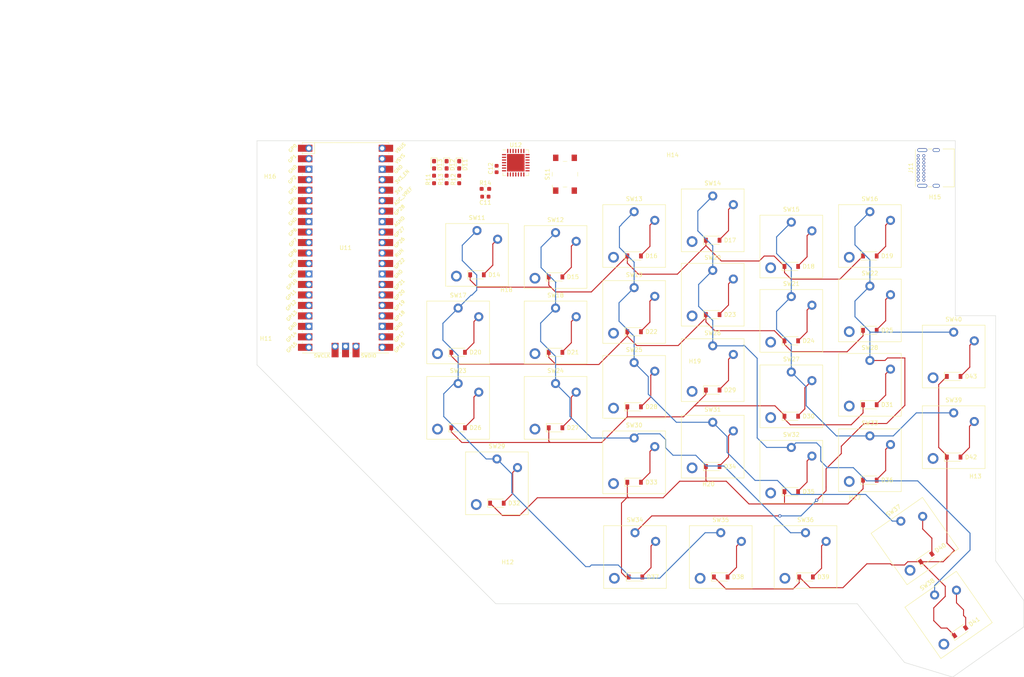
<source format=kicad_pcb>
(kicad_pcb (version 20211014) (generator pcbnew)
  (layers (0 "F.Cu" signal) (31 "B.Cu" signal) (34 "B.Paste" user) (35 "F.Paste" user) (36 "B.SilkS" user "B.Silkscreen") (37 "F.SilkS" user "F.Silkscreen") (38 "B.Mask" user) (39 "F.Mask" user) (44 "Edge.Cuts" user))
  (net 0 "")
  (net 1 "+VDC")
  (net 2 "GND")
  (net 3 "Net-(D11-Pad2)")
  (net 4 "Net-(D12-Pad2)")
  (net 5 "Net-(D13-Pad2)")
  (net 6 "/ROW_0")
  (net 7 "Net-(D14-Pad2)")
  (net 8 "Net-(D15-Pad2)")
  (net 9 "Net-(D16-Pad2)")
  (net 10 "Net-(D17-Pad2)")
  (net 11 "Net-(D18-Pad2)")
  (net 12 "Net-(D19-Pad2)")
  (net 13 "/ROW_1")
  (net 14 "Net-(D20-Pad2)")
  (net 15 "Net-(D21-Pad2)")
  (net 16 "Net-(D22-Pad2)")
  (net 17 "Net-(D23-Pad2)")
  (net 18 "Net-(D24-Pad2)")
  (net 19 "Net-(D25-Pad2)")
  (net 20 "/ROW_2")
  (net 21 "Net-(D26-Pad2)")
  (net 22 "Net-(D27-Pad2)")
  (net 23 "Net-(D28-Pad2)")
  (net 24 "Net-(D29-Pad2)")
  (net 25 "Net-(D30-Pad2)")
  (net 26 "Net-(D31-Pad2)")
  (net 27 "/ROW_3")
  (net 28 "Net-(D32-Pad2)")
  (net 29 "Net-(D33-Pad2)")
  (net 30 "Net-(D34-Pad2)")
  (net 31 "Net-(D35-Pad2)")
  (net 32 "Net-(D36-Pad2)")
  (net 33 "Net-(D37-Pad2)")
  (net 34 "/ROW_4")
  (net 35 "Net-(D38-Pad2)")
  (net 36 "Net-(D39-Pad2)")
  (net 37 "Net-(D40-Pad2)")
  (net 38 "Net-(D41-Pad2)")
  (net 39 "Net-(D42-Pad2)")
  (net 40 "Net-(D43-Pad2)")
  (net 41 "/SPI0_TX")
  (net 42 "/SPI0_CSn")
  (net 43 "/SPI0_RX")
  (net 44 "/SPI0_SCK")
  (net 45 "/RED")
  (net 46 "/AMBER")
  (net 47 "/GREEN")
  (net 48 "Net-(R14-Pad1)")
  (net 49 "Net-(S11-Pad1)")
  (net 50 "/COL_0")
  (net 51 "/COL_1")
  (net 52 "/COL_2")
  (net 53 "/COL_3")
  (net 54 "/COL_4")
  (net 55 "/COL_5")
  (net 76 "/~{RESET}")
  (net 79 "/INTB")
  (net 80 "/INTA")
  (footprint "Diode_SMD:D_SOD-123" (layer "F.Cu") (at 153.669639 80.351138)
    (fp_text reference "D22")
    (fp_text value "1N4148W")
  )
  (footprint "Capacitor_SMD:C_0603_1608Metric" (layer "F.Cu") (at 117.6 47.6 180)
    (fp_text reference "C11")
    (fp_text value "C")
  )
  (footprint "Switch_Keyboard_Kailh:SW_Kailh_Choc_V1V2_1.00u" (layer "F.Cu") (at 134.62 62.23)
    (fp_text reference "SW12")
    (fp_text value "SW_Push")
  )
  (footprint "Switch_Keyboard_Kailh:SW_Kailh_Choc_V1V2_1.00u" (layer "F.Cu") (at 210.82 93.218)
    (fp_text reference "SW28")
    (fp_text value "SW_Push")
  )
  (footprint "Diode_SMD:D_SOD-123" (layer "F.Cu") (at 153.67 116.84)
    (fp_text reference "D33")
    (fp_text value "1N4148W")
  )
  (footprint "Diode_SMD:D_SOD-123" (layer "F.Cu") (at 172.72 94.488)
    (fp_text reference "D29")
    (fp_text value "1N4148W")
  )
  (footprint "Diode_SMD:D_SOD-123" (layer "F.Cu") (at 153.67 98.552)
    (fp_text reference "D28")
    (fp_text value "1N4148W")
  )
  (footprint "Diode_SMD:D_SOD-123" (layer "F.Cu") (at 172.72 76.2)
    (fp_text reference "D23")
    (fp_text value "1N4148W")
  )
  (footprint "MountingHole:MountingHole_2.7mm_M2.5" (layer "F.Cu") (at 171.7 121)
    (fp_text reference "H20")
    (fp_text value "MountingHole")
  )
  (footprint "Diode_SMD:D_SOD-123" (layer "F.Cu") (at 191.77 64.516)
    (fp_text reference "D18")
    (fp_text value "1N4148W")
  )
  (footprint "Diode_SMD:D_SOD-123" (layer "F.Cu") (at 195.345 139.8)
    (fp_text reference "D39")
    (fp_text value "1N4148W")
  )
  (footprint "Switch_Keyboard_Kailh:SW_Kailh_Choc_V1V2_1.00u" (layer "F.Cu") (at 210.82 111.506)
    (fp_text reference "SW33")
    (fp_text value "SW_Push")
  )
  (footprint "MountingHole:MountingHole_3.2mm_M3" (layer "F.Cu") (at 157.9 38.2)
    (fp_text reference "H14")
    (fp_text value "MountingHole")
  )
  (footprint "Switch_Keyboard_Kailh:SW_Kailh_Choc_V1V2_1.00u" (layer "F.Cu") (at 231.14 105.918)
    (fp_text reference "SW39")
    (fp_text value "SW_Push")
  )
  (footprint "LED_SMD:LED_0603_1608Metric_Pad1.05x0.95mm_HandSolder" (layer "F.Cu") (at 108.204 39.878 -90)
    (fp_text reference "D12")
    (fp_text value "LED")
  )
  (footprint "LED_SMD:LED_0603_1608Metric_Pad1.05x0.95mm_HandSolder" (layer "F.Cu") (at 111.252 39.878 -90)
    (fp_text reference "D11")
    (fp_text value "LED")
  )
  (footprint "Switch_Keyboard_Kailh:SW_Kailh_Choc_V1V2_1.00u" (layer "F.Cu") (at 231.14 86.36)
    (fp_text reference "SW40")
    (fp_text value "SW_Push")
  )
  (footprint "Diode_SMD:D_SOD-123" (layer "F.Cu") (at 191.77 119.126)
    (fp_text reference "D35")
    (fp_text value "1N4148W")
  )
  (footprint "Resistor_SMD:R_0603_1608Metric_Pad0.98x0.95mm_HandSolder" (layer "F.Cu") (at 105.156 43.434 90)
    (fp_text reference "R11")
    (fp_text value "200")
  )
  (footprint "Diode_SMD:D_SOD-123" (layer "F.Cu") (at 224.494 135.164 35)
    (fp_text reference "D40")
    (fp_text value "1N4148W")
  )
  (footprint "Switch_Keyboard_Kailh:SW_Kailh_Choc_V1V2_1.00u" (layer "F.Cu") (at 134.62 98.806)
    (fp_text reference "SW24")
    (fp_text value "SW_Push")
  )
  (footprint "Resistor_SMD:R_0603_1608Metric_Pad0.98x0.95mm_HandSolder" (layer "F.Cu") (at 117.602 45.72)
    (fp_text reference "R14")
    (fp_text value "0")
  )
  (footprint "MountingHole:MountingHole_2.7mm_M2.5" (layer "F.Cu") (at 168.3 85.4)
    (fp_text reference "H19")
    (fp_text value "MountingHole")
  )
  (footprint "Connector_USB:USB_C_Receptacle_GCT_USB4085" (layer "F.Cu") (at 222.543 43.615 90)
    (fp_text reference "J11")
    (fp_text value "USB_C_Receptacle_USB2.0")
  )
  (footprint "digikey-footprints:Switch_Tactile_SMD_6x6mm_PTS645" (layer "F.Cu") (at 136.906 42.164 90)
    (fp_text reference "S11")
    (fp_text value "PTS645SM43SMTR92_LFS")
  )
  (footprint "Switch_Keyboard_Kailh:SW_Kailh_Choc_V1V2_1.50u" (layer "F.Cu") (at 110.998 98.806)
    (fp_text reference "SW23")
    (fp_text value "SW_Push")
  )
  (footprint "Switch_Keyboard_Kailh:SW_Kailh_Choc_V1V2_1.00u" (layer "F.Cu") (at 210.82 57.15)
    (fp_text reference "SW16")
    (fp_text value "SW_Push")
  )
  (footprint "Switch_Keyboard_Kailh:SW_Kailh_Choc_V1V2_1.50u" (layer "F.Cu") (at 221.7 131.1 35)
    (fp_text reference "SW37")
    (fp_text value "SW_Push")
  )
  (footprint "Resistor_SMD:R_0603_1608Metric_Pad0.98x0.95mm_HandSolder" (layer "F.Cu") (at 111.252 43.434 90)
    (fp_text reference "R12")
    (fp_text value "200")
  )
  (footprint "Switch_Keyboard_Kailh:SW_Kailh_Choc_V1V2_1.00u" (layer "F.Cu") (at 172.72 71.374)
    (fp_text reference "SW20")
    (fp_text value "SW_Push")
  )
  (footprint "Diode_SMD:D_SOD-123" (layer "F.Cu") (at 231.14 110.744)
    (fp_text reference "D42")
    (fp_text value "1N4148W")
  )
  (footprint "Switch_Keyboard_Kailh:SW_Kailh_Choc_V1V2_1.00u" (layer "F.Cu") (at 115.57 61.722)
    (fp_text reference "SW11")
    (fp_text value "SW_Push")
  )
  (footprint "Switch_Keyboard_Kailh:SW_Kailh_Choc_V1V2_1.00u" (layer "F.Cu") (at 191.77 77.724)
    (fp_text reference "SW21")
    (fp_text value "SW_Push")
  )
  (footprint "MountingHole:MountingHole_3.2mm_M3" (layer "F.Cu") (at 236.4 119.6)
    (fp_text reference "H13")
    (fp_text value "MountingHole")
  )
  (footprint "Diode_SMD:D_SOD-123" (layer "F.Cu") (at 172.72 113.03)
    (fp_text reference "D34")
    (fp_text value "1N4148W")
  )
  (footprint "Switch_Keyboard_Kailh:SW_Kailh_Choc_V1V2_1.00u" (layer "F.Cu") (at 172.72 108.204)
    (fp_text reference "SW31")
    (fp_text value "SW_Push")
  )
  (footprint "MountingHole:MountingHole_2.7mm_M2.5" (layer "F.Cu") (at 207.2 124.3)
    (fp_text reference "H17")
    (fp_text value "MountingHole")
  )
  (footprint "Diode_SMD:D_SOD-123" (layer "F.Cu") (at 115.57 66.548)
    (fp_text reference "D14")
    (fp_text value "1N4148W")
  )
  (footprint "Package_DFN_QFN:QFN-28-1EP_6x6mm_P0.65mm_EP4.25x4.25mm" (layer "F.Cu") (at 124.968 39.37)
    (fp_text reference "U12")
    (fp_text value "MCP23S17_ML")
  )
  (footprint "Diode_SMD:D_SOD-123" (layer "F.Cu") (at 134.62 67.056)
    (fp_text reference "D15")
    (fp_text value "1N4148W")
  )
  (footprint "MountingHole:MountingHole_3.2mm_M3" (layer "F.Cu") (at 123 140.4)
    (fp_text reference "H12")
    (fp_text value "MountingHole")
  )
  (footprint "Resistor_SMD:R_0603_1608Metric_Pad0.98x0.95mm_HandSolder" (layer "F.Cu") (at 108.204 43.434 90)
    (fp_text reference "R13")
    (fp_text value "200")
  )
  (footprint "Diode_SMD:D_SOD-123" (layer "F.Cu") (at 210.82 80.01)
    (fp_text reference "D25")
    (fp_text value "1N4148W")
  )
  (footprint "Switch_Keyboard_Kailh:SW_Kailh_Choc_V1V2_1.00u" (layer "F.Cu") (at 153.67 75.565)
    (fp_text reference "SW19")
    (fp_text value "SW_Push")
  )
  (footprint "MountingHole:MountingHole_2.7mm_M2.5" (layer "F.Cu") (at 122.7 73.9)
    (fp_text reference "H18")
    (fp_text value "MountingHole")
  )
  (footprint "MountingHole:MountingHole_3.2mm_M3" (layer "F.Cu") (at 65.7 37.8)
    (fp_text reference "H16")
    (fp_text value "MountingHole")
  )
  (footprint "Switch_Keyboard_Kailh:SW_Kailh_Choc_V1V2_1.00u" (layer "F.Cu") (at 172.72 53.34)
    (fp_text reference "SW14")
    (fp_text value "SW_Push")
  )
  (footprint "Capacitor_SMD:C_0603_1608Metric" (layer "F.Cu") (at 120.324 40.9 -90)
    (fp_text reference "C12")
    (fp_text value "C")
  )
  (footprint "Diode_SMD:D_SOD-123" (layer "F.Cu") (at 110.998 85.344)
    (fp_text reference "D20")
    (fp_text value "1N4148W")
  )
  (footprint "Diode_SMD:D_SOD-123" (layer "F.Cu") (at 231.14 91.186)
    (fp_text reference "D43")
    (fp_text value "1N4148W")
  )
  (footprint "Diode_SMD:D_SOD-123" (layer "F.Cu") (at 232.694 153.064 35)
    (fp_text reference "D41")
    (fp_text value "1N4148W")
  )
  (footprint "Diode_SMD:D_SOD-123" (layer "F.Cu") (at 120.396 121.92)
    (fp_text reference "D32")
    (fp_text value "1N4148W")
  )
  (footprint "Diode_SMD:D_SOD-123" (layer "F.Cu") (at 134.62 103.632)
    (fp_text reference "D27")
    (fp_text value "1N4148W")
  )
  (footprint "Switch_Keyboard_Kailh:SW_Kailh_Choc_V1V2_1.50u" (layer "F.Cu") (at 110.998 80.518)
    (fp_text reference "SW17")
    (fp_text value "SW_Push")
  )
  (footprint "Diode_SMD:D_SOD-123" (layer "F.Cu") (at 210.82 116.332)
    (fp_text reference "D36")
    (fp_text value "1N4148W")
  )
  (footprint "Diode_SMD:D_SOD-123" (layer "F.Cu") (at 210.82 61.976)
    (fp_text reference "D19")
    (fp_text value "1N4148W")
  )
  (footprint "MountingHole:MountingHole_3.2mm_M3" (layer "F.Cu") (at 66 86.4)
    (fp_text reference "H11")
    (fp_text value "MountingHole")
  )
  (footprint "Switch_Keyboard_Kailh:SW_Kailh_Choc_V1V2_1.00u" (layer "F.Cu") (at 191.77 96.012)
    (fp_text reference "SW27")
    (fp_text value "SW_Push")
  )
  (footprint "Diode_SMD:D_SOD-123" (layer "F.Cu") (at 172.72 58.166)
    (fp_text reference "D17")
    (fp_text value "1N4148W")
  )
  (footprint "Switch_Keyboard_Kailh:SW_Kailh_Choc_V1V2_2.00u" (layer "F.Cu") (at 120.396 117.094)
    (fp_text reference "SW29")
    (fp_text value "SW_Push")
  )
  (footprint "Switch_Keyboard_Kailh:SW_Kailh_Choc_V1V2_1.00u" (layer "F.Cu") (at 153.873 134.974)
    (fp_text reference "SW34")
    (fp_text value "SW_Push")
  )
  (footprint "Diode_SMD:D_SOD-123" (layer "F.Cu") (at 134.62 85.344)
    (fp_text reference "D21")
    (fp_text value "1N4148W")
  )
  (footprint "Diode_SMD:D_SOD-123" (layer "F.Cu") (at 110.998 103.632)
    (fp_text reference "D26")
    (fp_text value "1N4148W")
  )
  (footprint "Diode_SMD:D_SOD-123" (layer "F.Cu") (at 174.661483 139.8)
    (fp_text reference "D38")
    (fp_text value "1N4148W")
  )
  (footprint "Diode_SMD:D_SOD-123" (layer "F.Cu") (at 191.77 82.55)
    (fp_text reference "D24")
    (fp_text value "1N4148W")
  )
  (footprint "Switch_Keyboard_Kailh:SW_Kailh_Choc_V1V2_1.00u" (layer "F.Cu") (at 229.9 149 35)
    (fp_text reference "SW38")
    (fp_text value "SW_Push")
  )
  (footprint "Diode_SMD:D_SOD-123" (layer "F.Cu") (at 154 139.8)
    (fp_text reference "D37")
    (fp_text value "1N4148W")
  )
  (footprint "Switch_Keyboard_Kailh:SW_Kailh_Choc_V1V2_1.00u" (layer "F.Cu") (at 191.77 59.69)
    (fp_text reference "SW15")
    (fp_text value "SW_Push")
  )
  (footprint "Diode_SMD:D_SOD-123" (layer "F.Cu") (at 191.77 100.838)
    (fp_text reference "D30")
    (fp_text value "1N4148W")
  )
  (footprint "Switch_Keyboard_Kailh:SW_Kailh_Choc_V1V2_1.00u" (layer "F.Cu") (at 153.67 57.15)
    (fp_text reference "SW13")
    (fp_text value "SW_Push")
  )
  (footprint "Switch_Keyboard_Kailh:SW_Kailh_Choc_V1V2_1.00u" (layer "F.Cu") (at 174.661483 134.974)
    (fp_text reference "SW35")
    (fp_text value "SW_Push")
  )
  (footprint "Switch_Keyboard_Kailh:SW_Kailh_Choc_V1V2_1.00u" (layer "F.Cu") (at 191.77 114.3)
    (fp_text reference "SW32")
    (fp_text value "SW_Push")
  )
  (footprint "Switch_Keyboard_Kailh:SW_Kailh_Choc_V1V2_1.00u" (layer "F.Cu") (at 153.67 93.726)
    (fp_text reference "SW25")
    (fp_text value "SW_Push")
  )
  (footprint "MCU_RaspberryPi_and_Boards:RPi_Pico_SMD_TH" (layer "F.Cu") (at 83.7 60)
    (fp_text reference "U11")
    (fp_text value "Pico")
  )
  (footprint "MountingHole:MountingHole_3.2mm_M3" (layer "F.Cu") (at 226.6 51.9)
    (fp_text reference "H15")
    (fp_text value "MountingHole")
  )
  (footprint "Switch_Keyboard_Kailh:SW_Kailh_Choc_V1V2_1.00u" (layer "F.Cu") (at 134.62 80.518)
    (fp_text reference "SW18")
    (fp_text value "SW_Push")
  )
  (footprint "LED_SMD:LED_0603_1608Metric_Pad1.05x0.95mm_HandSolder" (layer "F.Cu") (at 105.156 39.878 -90)
    (fp_text reference "D13")
    (fp_text value "LED")
  )
  (footprint "Diode_SMD:D_SOD-123" (layer "F.Cu") (at 210.82 98.044)
    (fp_text reference "D31")
    (fp_text value "1N4148W")
  )
  (footprint "Switch_Keyboard_Kailh:SW_Kailh_Choc_V1V2_1.00u" (layer "F.Cu") (at 210.82 75.184)
    (fp_text reference "SW22")
    (fp_text value "SW_Push")
  )
  (footprint "Diode_SMD:D_SOD-123" (layer "F.Cu") (at 153.67 61.976)
    (fp_text reference "D16")
    (fp_text value "1N4148W")
  )
  (footprint "Switch_Keyboard_Kailh:SW_Kailh_Choc_V1V2_1.00u" (layer "F.Cu") (at 153.67 112.014)
    (fp_text reference "SW30")
    (fp_text value "SW_Push")
  )
  (footprint "Switch_Keyboard_Kailh:SW_Kailh_Choc_V1V2_1.00u" (layer "F.Cu") (at 172.72 89.662)
    (fp_text reference "SW26")
    (fp_text value "SW_Push")
  )
  (footprint "Switch_Keyboard_Kailh:SW_Kailh_Choc_V1V2_1.00u" (layer "F.Cu") (at 195.218 134.974)
    (fp_text reference "SW36")
    (fp_text value "SW_Push")
  )
  (gr_line (start 248.158 151.892) (end 230.886 164.084) (layer "Edge.Cuts") (width 0.1))
  (gr_line (start 241.3 76.454) (end 241.3 133.858) (layer "Edge.Cuts") (width 0.1))
  (gr_line (start 230.886 164.084) (end 219.202 160.528) (layer "Edge.Cuts") (width 0.1))
  (gr_line (start 231.542515 76.454) (end 241.3 76.454) (layer "Edge.Cuts") (width 0.1))
  (gr_line (start 207.772 146.304) (end 219.202 160.528) (layer "Edge.Cuts") (width 0.1))
  (gr_line (start 231.542515 36.039634) (end 231.542515 76.454) (layer "Edge.Cuts") (width 0.1))
  (gr_line (start 248.158 145.542) (end 248.158 151.892) (layer "Edge.Cuts") (width 0.1))
  (gr_line (start 231.542515 34.036) (end 231.542515 36.039634) (layer "Edge.Cuts") (width 0.1))
  (gr_line (start 241.3 135.89) (end 248.158 145.542) (layer "Edge.Cuts") (width 0.1))
  (gr_line (start 62.23 88.392) (end 62.23 34.036) (layer "Edge.Cuts") (width 0.1))
  (gr_line (start 62.23 34.036) (end 231.542515 34.036) (layer "Edge.Cuts") (width 0.1))
  (gr_line (start 241.3 133.858) (end 241.3 135.89) (layer "Edge.Cuts") (width 0.1))
  (gr_line (start 120.142 146.304) (end 62.23 88.392) (layer "Edge.Cuts") (width 0.1))
  (gr_line (start 133.604 146.304) (end 120.142 146.304) (layer "Edge.Cuts") (width 0.1))
  (gr_line (start 207.772 146.304) (end 133.604 146.304) (layer "Edge.Cuts") (width 0.1))
  (segment (start 152.02 63.72) (end 154.7 66.4) (width 0.25) (layer "F.Cu") (net 6))
  (segment (start 154.7 66.4) (end 164.14 66.4) (width 0.25) (layer "F.Cu") (net 6))
  (segment (start 203.546 67.6) (end 209.17 61.976) (width 0.25) (layer "F.Cu") (net 6))
  (segment (start 133.45 69.55) (end 134.6 70.7) (width 0.25) (layer "F.Cu") (net 6))
  (segment (start 113.92 66.548) (end 113.92 67.82) (width 0.25) (layer "F.Cu") (net 6))
  (segment (start 115.65 69.55) (end 133.45 69.55) (width 0.25) (layer "F.Cu") (net 6))
  (segment (start 152.02 61.976) (end 152.02 63.72) (width 0.25) (layer "F.Cu") (net 6))
  (segment (start 190.12 66.02) (end 191.7 67.6) (width 0.25) (layer "F.Cu") (net 6))
  (segment (start 113.92 67.82) (end 115.65 69.55) (width 0.25) (layer "F.Cu") (net 6))
  (segment (start 185.2 62) (end 187.604 62) (width 0.25) (layer "F.Cu") (net 6))
  (segment (start 191.7 67.6) (end 203.546 67.6) (width 0.25) (layer "F.Cu") (net 6))
  (segment (start 171.07 58.166) (end 171.07 59.47) (width 0.25) (layer "F.Cu") (net 6))
  (segment (start 174.8 63.2) (end 184 63.2) (width 0.25) (layer "F.Cu") (net 6))
  (segment (start 190.12 64.516) (end 190.12 66.02) (width 0.25) (layer "F.Cu") (net 6))
  (segment (start 132.97 69.07) (end 133.45 69.55) (width 0.25) (layer "F.Cu") (net 6))
  (segment (start 164.14 66.4) (end 171.07 59.47) (width 0.25) (layer "F.Cu") (net 6))
  (segment (start 143.296 70.7) (end 152.02 61.976) (width 0.25) (layer "F.Cu") (net 6))
  (segment (start 184 63.2) (end 185.2 62) (width 0.25) (layer "F.Cu") (net 6))
  (segment (start 171.07 59.47) (end 174.8 63.2) (width 0.25) (layer "F.Cu") (net 6))
  (segment (start 187.604 62) (end 190.12 64.516) (width 0.25) (layer "F.Cu") (net 6))
  (segment (start 132.97 67.056) (end 132.97 69.07) (width 0.25) (layer "F.Cu") (net 6))
  (segment (start 134.6 70.7) (end 143.296 70.7) (width 0.25) (layer "F.Cu") (net 6))
  (segment (start 117.22 66.398) (end 119.397034 64.220966) (width 0.25) (layer "F.Cu") (net 7))
  (segment (start 119.397034 64.220966) (end 119.397034 59.094966) (width 0.25) (layer "F.Cu") (net 7))
  (segment (start 119.397034 59.094966) (end 120.57 57.922) (width 0.25) (layer "F.Cu") (net 7))
  (segment (start 117.22 66.548) (end 117.22 66.398) (width 0.25) (layer "F.Cu") (net 7))
  (segment (start 138.447034 64.728966) (end 138.447034 59.602966) (width 0.25) (layer "F.Cu") (net 8))
  (segment (start 136.27 67.056) (end 136.27 66.906) (width 0.25) (layer "F.Cu") (net 8))
  (segment (start 138.447034 59.602966) (end 139.62 58.43) (width 0.25) (layer "F.Cu") (net 8))
  (segment (start 136.27 66.906) (end 138.447034 64.728966) (width 0.25) (layer "F.Cu") (net 8))
  (segment (start 155.32 61.976) (end 155.32 61.826) (width 0.25) (layer "F.Cu") (net 9))
  (segment (start 155.32 61.826) (end 157.497034 59.648966) (width 0.25) (layer "F.Cu") (net 9))
  (segment (start 157.497034 59.648966) (end 157.497034 54.522966) (width 0.25) (layer "F.Cu") (net 9))
  (segment (start 157.497034 54.522966) (end 158.67 53.35) (width 0.25) (layer "F.Cu") (net 9))
  (segment (start 176.547034 55.838966) (end 176.547034 50.712966) (width 0.25) (layer "F.Cu") (net 10))
  (segment (start 174.37 58.166) (end 174.37 58.016) (width 0.25) (layer "F.Cu") (net 10))
  (segment (start 174.37 58.016) (end 176.547034 55.838966) (width 0.25) (layer "F.Cu") (net 10))
  (segment (start 176.547034 50.712966) (end 177.72 49.54) (width 0.25) (layer "F.Cu") (net 10))
  (segment (start 195.597034 62.188966) (end 195.597034 57.062966) (width 0.25) (layer "F.Cu") (net 11))
  (segment (start 193.42 64.366) (end 195.597034 62.188966) (width 0.25) (layer "F.Cu") (net 11))
  (segment (start 193.42 64.516) (end 193.42 64.366) (width 0.25) (layer "F.Cu") (net 11))
  (segment (start 195.597034 57.062966) (end 196.77 55.89) (width 0.25) (layer "F.Cu") (net 11))
  (segment (start 214.647034 54.522966) (end 215.82 53.35) (width 0.25) (layer "F.Cu") (net 12))
  (segment (start 212.47 61.976) (end 212.47 61.826) (width 0.25) (layer "F.Cu") (net 12))
  (segment (start 212.47 61.826) (end 214.647034 59.648966) (width 0.25) (layer "F.Cu") (net 12))
  (segment (start 214.647034 59.648966) (end 214.647034 54.522966) (width 0.25) (layer "F.Cu") (net 12))
  (segment (start 152.019639 81.419639) (end 154.3 83.7) (width 0.25) (layer "F.Cu") (net 13))
  (segment (start 164.34 83.7) (end 171.07 76.97) (width 0.25) (layer "F.Cu") (net 13))
  (segment (start 134.6 88.2) (end 134.7 88.3) (width 0.25) (layer "F.Cu") (net 13))
  (segment (start 171.07 76.97) (end 171.07 77.97) (width 0.25) (layer "F.Cu") (net 13))
  (segment (start 190.12 83.42) (end 191.9 85.2) (width 0.25) (layer "F.Cu") (net 13))
  (segment (start 145.1 88.3) (end 152.019639 81.380361) (width 0.25) (layer "F.Cu") (net 13))
  (segment (start 205.3 85.2) (end 209.17 81.33) (width 0.25) (layer "F.Cu") (net 13))
  (segment (start 154.3 83.7) (end 164.34 83.7) (width 0.25) (layer "F.Cu") (net 13))
  (segment (start 187.67 80.1) (end 190.12 82.55) (width 0.25) (layer "F.Cu") (net 13))
  (segment (start 134.7 88.3) (end 145.1 88.3) (width 0.25) (layer "F.Cu") (net 13))
  (segment (start 152.019639 80.351138) (end 152.019639 81.419639) (width 0.25) (layer "F.Cu") (net 13))
  (segment (start 171.07 77.97) (end 173.2 80.1) (width 0.25) (layer "F.Cu") (net 13))
  (segment (start 152.019639 81.380361) (end 152.019639 80.351138) (width 0.25) (layer "F.Cu") (net 13))
  (segment (start 109.348 86.248) (end 111.3 88.2) (width 0.25) (layer "F.Cu") (net 13))
  (segment (start 109.348 85.344) (end 109.348 86.248) (width 0.25) (layer "F.Cu") (net 13))
  (segment (start 209.17 81.33) (end 209.17 80.01) (width 0.25) (layer "F.Cu") (net 13))
  (segment (start 171.07 76.2) (end 171.07 76.97) (width 0.25) (layer "F.Cu") (net 13))
  (segment (start 111.3 88.2) (end 134.6 88.2) (width 0.25) (layer "F.Cu") (net 13))
  (segment (start 190.12 82.55) (end 190.12 83.42) (width 0.25) (layer "F.Cu") (net 13))
  (segment (start 132.97 85.344) (end 132.97 86.57) (width 0.25) (layer "F.Cu") (net 13))
  (segment (start 132.97 86.57) (end 134.6 88.2) (width 0.25) (layer "F.Cu") (net 13))
  (segment (start 173.2 80.1) (end 187.67 80.1) (width 0.25) (layer "F.Cu") (net 13))
  (segment (start 191.9 85.2) (end 205.3 85.2) (width 0.25) (layer "F.Cu") (net 13))
  (segment (start 114.825034 77.890966) (end 115.998 76.718) (width 0.25) (layer "F.Cu") (net 14))
  (segment (start 112.648 85.194) (end 114.825034 83.016966) (width 0.25) (layer "F.Cu") (net 14))
  (segment (start 112.648 85.344) (end 112.648 85.194) (width 0.25) (layer "F.Cu") (net 14))
  (segment (start 114.825034 83.016966) (end 114.825034 77.890966) (width 0.25) (layer "F.Cu") (net 14))
  (segment (start 136.27 85.344) (end 136.27 85.194) (width 0.25) (layer "F.Cu") (net 15))
  (segment (start 138.447034 83.016966) (end 138.447034 77.890966) (width 0.25) (layer "F.Cu") (net 15))
  (segment (start 136.27 85.194) (end 138.447034 83.016966) (width 0.25) (layer "F.Cu") (net 15))
  (segment (start 138.447034 77.890966) (end 139.62 76.718) (width 0.25) (layer "F.Cu") (net 15))
  (segment (start 157.476923 72.958077) (end 158.67 71.765) (width 0.25) (layer "F.Cu") (net 16))
  (segment (start 157.476923 78.043854) (end 157.476923 72.958077) (width 0.25) (layer "F.Cu") (net 16))
  (segment (start 155.319639 80.201138) (end 157.476923 78.043854) (width 0.25) (layer "F.Cu") (net 16))
  (segment (start 155.319639 80.351138) (end 155.319639 80.201138) (width 0.25) (layer "F.Cu") (net 16))
  (segment (start 174.37 76.05) (end 176.547034 73.872966) (width 0.25) (layer "F.Cu") (net 17))
  (segment (start 176.547034 73.872966) (end 176.547034 68.746966) (width 0.25) (layer "F.Cu") (net 17))
  (segment (start 174.37 76.2) (end 174.37 76.05) (width 0.25) (layer "F.Cu") (net 17))
  (segment (start 176.547034 68.746966) (end 177.72 67.574) (width 0.25) (layer "F.Cu") (net 17))
  (segment (start 195.597034 80.372966) (end 195.597034 75.096966) (width 0.25) (layer "F.Cu") (net 18))
  (segment (start 195.597034 75.096966) (end 196.77 73.924) (width 0.25) (layer "F.Cu") (net 18))
  (segment (start 193.42 82.55) (end 195.597034 80.372966) (width 0.25) (layer "F.Cu") (net 18))
  (segment (start 212.47 79.86) (end 214.647034 77.682966) (width 0.25) (layer "F.Cu") (net 19))
  (segment (start 214.647034 72.556966) (end 215.82 71.384) (width 0.25) (layer "F.Cu") (net 19))
  (segment (start 214.647034 77.682966) (end 214.647034 72.556966) (width 0.25) (layer "F.Cu") (net 19))
  (segment (start 212.47 80.01) (end 212.47 79.86) (width 0.25) (layer "F.Cu") (net 19))
  (segment (start 168.3 98.3) (end 168.25 98.35) (width 0.25) (layer "F.Cu") (net 20))
  (segment (start 190.12 100.838) (end 190.12 100.62) (width 0.25) (layer "F.Cu") (net 20))
  (segment (start 191.5 102.9) (end 190.12 101.52) (width 0.25) (layer "F.Cu") (net 20))
  (segment (start 109.348 103.632) (end 109.348 104.648) (width 0.25) (layer "F.Cu") (net 20))
  (segment (start 109.348 104.648) (end 111.9 107.2) (width 0.25) (layer "F.Cu") (net 20))
  (segment (start 190.12 101.52) (end 190.12 100.838) (width 0.25) (layer "F.Cu") (net 20))
  (segment (start 171.07 94.488) (end 171.07 95.53) (width 0.25) (layer "F.Cu") (net 20))
  (segment (start 132.97 106.87) (end 133.3 107.2) (width 0.25) (layer "F.Cu") (net 20))
  (segment (start 171.07 95.53) (end 168.25 98.35) (width 0.25) (layer "F.Cu") (net 20))
  (segment (start 133.3 107.2) (end 145.8 107.2) (width 0.25) (layer "F.Cu") (net 20))
  (segment (start 209.17 100.03) (end 206.3 102.9) (width 0.25) (layer "F.Cu") (net 20))
  (segment (start 187.8 98.3) (end 168.3 98.3) (width 0.25) (layer "F.Cu") (net 20))
  (segment (start 145.8 107.2) (end 152.02 100.98) (width 0.25) (layer "F.Cu") (net 20))
  (segment (start 206.3 102.9) (end 191.5 102.9) (width 0.25) (layer "F.Cu") (net 20))
  (segment (start 209.17 98.044) (end 209.17 100.03) (width 0.25) (layer "F.Cu") (net 20))
  (segment (start 152.02 100.98) (end 152.02 98.552) (width 0.25) (layer "F.Cu") (net 20))
  (segment (start 165.62 100.98) (end 152.02 100.98) (width 0.25) (layer "F.Cu") (net 20))
  (segment (start 132.97 103.632) (end 132.97 106.87) (width 0.25) (layer "F.Cu") (net 20))
  (segment (start 168.25 98.35) (end 165.62 100.98) (width 0.25) (layer "F.Cu") (net 20))
  (segment (start 190.12 100.62) (end 187.8 98.3) (width 0.25) (layer "F.Cu") (net 20))
  (segment (start 111.9 107.2) (end 133.3 107.2) (width 0.25) (layer "F.Cu") (net 20))
  (segment (start 112.648 103.482) (end 114.825034 101.304966) (width 0.25) (layer "F.Cu") (net 21))
  (segment (start 114.825034 101.304966) (end 114.825034 96.178966) (width 0.25) (layer "F.Cu") (net 21))
  (segment (start 114.825034 96.178966) (end 115.998 95.006) (width 0.25) (layer "F.Cu") (net 21))
  (segment (start 112.648 103.632) (end 112.648 103.482) (width 0.25) (layer "F.Cu") (net 21))
  (segment (start 136.27 103.482) (end 138.447034 101.304966) (width 0.25) (layer "F.Cu") (net 22))
  (segment (start 138.447034 96.178966) (end 139.62 95.006) (width 0.25) (layer "F.Cu") (net 22))
  (segment (start 138.447034 101.304966) (end 138.447034 96.178966) (width 0.25) (layer "F.Cu") (net 22))
  (segment (start 136.27 103.632) (end 136.27 103.482) (width 0.25) (layer "F.Cu") (net 22))
  (segment (start 157.694999 90.901001) (end 158.67 89.926) (width 0.25) (layer "F.Cu") (net 23))
  (segment (start 157.694999 96.177001) (end 157.694999 90.901001) (width 0.25) (layer "F.Cu") (net 23))
  (segment (start 155.32 98.552) (end 157.694999 96.177001) (width 0.25) (layer "F.Cu") (net 23))
  (segment (start 174.37 94.488) (end 174.37 94.338) (width 0.25) (layer "F.Cu") (net 24))
  (segment (start 174.37 94.338) (end 176.547034 92.160966) (width 0.25) (layer "F.Cu") (net 24))
  (segment (start 176.547034 92.160966) (end 176.547034 87.034966) (width 0.25) (layer "F.Cu") (net 24))
  (segment (start 176.547034 87.034966) (end 177.72 85.862) (width 0.25) (layer "F.Cu") (net 24))
  (segment (start 195.045999 99.062001) (end 195.045999 93.936001) (width 0.25) (layer "F.Cu") (net 25))
  (segment (start 195.045999 93.936001) (end 196.77 92.212) (width 0.25) (layer "F.Cu") (net 25))
  (segment (start 193.42 100.838) (end 193.42 100.688) (width 0.25) (layer "F.Cu") (net 25))
  (segment (start 193.42 100.688) (end 195.045999 99.062001) (width 0.25) (layer "F.Cu") (net 25))
  (segment (start 212.47 97.894) (end 214.647034 95.716966) (width 0.25) (layer "F.Cu") (net 26))
  (segment (start 212.47 98.044) (end 212.47 97.894) (width 0.25) (layer "F.Cu") (net 26))
  (segment (start 214.647034 90.590966) (end 215.82 89.418) (width 0.25) (layer "F.Cu") (net 26))
  (segment (start 214.647034 95.716966) (end 214.647034 90.590966) (width 0.25) (layer "F.Cu") (net 26))
  (segment (start 151.9 120.6) (end 130.2 120.6) (width 0.25) (layer "F.Cu") (net 27))
  (segment (start 152.35 139.8) (end 151.65 139.8) (width 0.25) (layer "F.Cu") (net 27))
  (segment (start 190.12 119.126) (end 190.12 122.08) (width 0.25) (layer "F.Cu") (net 27))
  (segment (start 152.02 120.32) (end 152.3 120.6) (width 0.25) (layer "F.Cu") (net 27))
  (segment (start 176 116.6) (end 171.3 116.6) (width 0.25) (layer "F.Cu") (net 27))
  (segment (start 150.6 138.75) (end 150.6 121.9) (width 0.25) (layer "F.Cu") (net 27))
  (segment (start 160.7 120.6) (end 152.3 120.6) (width 0.25) (layer "F.Cu") (net 27))
  (segment (start 181.5 122.1) (end 176 116.6) (width 0.25) (layer "F.Cu") (net 27))
  (segment (start 209.17 118.43) (end 205.5 122.1) (width 0.25) (layer "F.Cu") (net 27))
  (segment (start 190.12 122.08) (end 190.1 122.1) (width 0.25) (layer "F.Cu") (net 27))
  (segment (start 190.1 122.1) (end 181.5 122.1) (width 0.25) (layer "F.Cu") (net 27))
  (segment (start 171.3 116.6) (end 164.7 116.6) (width 0.25) (layer "F.Cu") (net 27))
  (segment (start 171.07 116.37) (end 171.3 116.6) (width 0.25) (layer "F.Cu") (net 27))
  (segment (start 150.6 121.9) (end 151.9 120.6) (width 0.25) (layer "F.Cu") (net 27))
  (segment (start 121.726 124.9) (end 118.746 121.92) (width 0.25) (layer "F.Cu") (net 27))
  (segment (start 205.5 122.1) (end 190.1 122.1) (width 0.25) (layer "F.Cu") (net 27))
  (segment (start 152.3 120.6) (end 151.9 120.6) (width 0.25) (layer "F.Cu") (net 27))
  (segment (start 171.07 113.03) (end 171.07 116.37) (width 0.25) (layer "F.Cu") (net 27))
  (segment (start 164.7 116.6) (end 160.7 120.6) (width 0.25) (layer "F.Cu") (net 27))
  (segment (start 125.9 124.9) (end 121.726 124.9) (width 0.25) (layer "F.Cu") (net 27))
  (segment (start 152.02 116.84) (end 152.02 120.32) (width 0.25) (layer "F.Cu") (net 27))
  (segment (start 151.65 139.8) (end 150.6 138.75) (width 0.25) (layer "F.Cu") (net 27))
  (segment (start 209.17 116.332) (end 209.17 118.43) (width 0.25) (layer "F.Cu") (net 27))
  (segment (start 130.2 120.6) (end 125.9 124.9) (width 0.25) (layer "F.Cu") (net 27))
  (segment (start 122.046 121.92) (end 122.046 121.77) (width 0.25) (layer "F.Cu") (net 28))
  (segment (start 122.046 121.77) (end 124.223034 119.592966) (width 0.25) (layer "F.Cu") (net 28))
  (segment (start 124.223034 119.592966) (end 124.223034 114.466966) (width 0.25) (layer "F.Cu") (net 28))
  (segment (start 124.223034 114.466966) (end 125.396 113.294) (width 0.25) (layer "F.Cu") (net 28))
  (segment (start 157.497034 114.512966) (end 157.497034 109.386966) (width 0.25) (layer "F.Cu") (net 29))
  (segment (start 155.32 116.84) (end 155.32 116.69) (width 0.25) (layer "F.Cu") (net 29))
  (segment (start 155.32 116.69) (end 157.497034 114.512966) (width 0.25) (layer "F.Cu") (net 29))
  (segment (start 157.497034 109.386966) (end 158.67 108.214) (width 0.25) (layer "F.Cu") (net 29))
  (segment (start 176.547034 110.702966) (end 176.547034 105.576966) (width 0.25) (layer "F.Cu") (net 30))
  (segment (start 176.547034 105.576966) (end 177.72 104.404) (width 0.25) (layer "F.Cu") (net 30))
  (segment (start 174.37 112.88) (end 176.547034 110.702966) (width 0.25) (layer "F.Cu") (net 30))
  (segment (start 174.37 113.03) (end 174.37 112.88) (width 0.25) (layer "F.Cu") (net 30))
  (segment (start 193.42 119.126) (end 193.42 118.976) (width 0.25) (layer "F.Cu") (net 31))
  (segment (start 195.597034 116.798966) (end 195.597034 111.672966) (width 0.25) (layer "F.Cu") (net 31))
  (segment (start 195.597034 111.672966) (end 196.77 110.5) (width 0.25) (layer "F.Cu") (net 31))
  (segment (start 193.42 118.976) (end 195.597034 116.798966) (width 0.25) (layer "F.Cu") (net 31))
  (segment (start 212.47 116.332) (end 212.47 116.182) (width 0.25) (layer "F.Cu") (net 32))
  (segment (start 214.647034 114.004966) (end 214.647034 108.878966) (width 0.25) (layer "F.Cu") (net 32))
  (segment (start 214.647034 108.878966) (end 215.82 107.706) (width 0.25) (layer "F.Cu") (net 32))
  (segment (start 212.47 116.182) (end 214.647034 114.004966) (width 0.25) (layer "F.Cu") (net 32))
  (segment (start 155.65 139.65) (end 157.763534 137.536466) (width 0.25) (layer "F.Cu") (net 33))
  (segment (start 157.763534 137.536466) (end 157.763534 132.283466) (width 0.25) (layer "F.Cu") (net 33))
  (segment (start 157.763534 132.283466) (end 158.873 131.174) (width 0.25) (layer "F.Cu") (net 33))
  (segment (start 155.65 139.8) (end 155.65 139.65) (width 0.25) (layer "F.Cu") (net 33))
  (segment (start 193.695 141.205) (end 193.695 139.8) (width 0.25) (layer "F.Cu") (net 34))
  (segment (start 228.589599 136.110401) (end 231.3 133.4) (width 0.25) (layer "F.Cu") (net 34))
  (segment (start 229.49 110.744) (end 229.49 110.39) (width 0.25) (layer "F.Cu") (net 34))
  (segment (start 226.3 150.4) (end 228.1 152.2) (width 0.25) (layer "F.Cu") (net 34))
  (segment (start 229.531998 152.2) (end 231.342399 154.010401) (width 0.25) (layer "F.Cu") (net 34))
  (segment (start 204.3 142.4) (end 210.088485 136.611515) (width 0.25) (layer "F.Cu") (net 34))
  (segment (start 228.1 152.2) (end 229.531998 152.2) (width 0.25) (layer "F.Cu") (net 34))
  (segment (start 229.49 110.39) (end 227.5 108.4) (width 0.25) (layer "F.Cu") (net 34))
  (segment (start 219.213157 136.9) (end 220.002756 136.110401) (width 0.25) (layer "F.Cu") (net 34))
  (segment (start 227.5 108.4) (end 227.5 93.176) (width 0.25) (layer "F.Cu") (net 34))
  (segment (start 227.5 93.176) (end 229.49 91.186) (width 0.25) (layer "F.Cu") (net 34))
  (segment (start 223.142399 136.110401) (end 229.1 142.068002) (width 0.25) (layer "F.Cu") (net 34))
  (segment (start 196.295 142.4) (end 204.3 142.4) (width 0.25) (layer "F.Cu") (net 34))
  (segment (start 175.911483 142.7) (end 192.2 142.7) (width 0.25) (layer "F.Cu") (net 34))
  (segment (start 216.1 136.9) (end 219.213157 136.9) (width 0.25) (layer "F.Cu") (net 34))
  (segment (start 231.3 133.4) (end 229.49 131.59) (width 0.25) (layer "F.Cu") (net 34))
  (segment (start 229.49 131.59) (end 229.49 110.744) (width 0.25) (layer "F.Cu") (net 34))
  (segment (start 226.3 147.3) (end 226.3 150.4) (width 0.25) (layer "F.Cu") (net 34))
  (segment (start 215.811515 136.611515) (end 216.1 136.9) (width 0.25) (layer "F.Cu") (net 34))
  (segment (start 229.1 144.5) (end 226.3 147.3) (width 0.25) (layer "F.Cu") (net 34))
  (segment (start 229.1 142.068002) (end 229.1 144.5) (width 0.25) (layer "F.Cu") (net 34))
  (segment (start 210.088485 136.611515) (end 215.811515 136.611515) (width 0.25) (layer "F.Cu") (net 34))
  (segment (start 192.2 142.7) (end 193.695 141.205) (width 0.25) (layer "F.Cu") (net 34))
  (segment (start 173.011483 139.8) (end 175.911483 142.7) (width 0.25) (layer "F.Cu") (net 34))
  (segment (start 193.695 139.8) (end 196.295 142.4) (width 0.25) (layer "F.Cu") (net 34))
  (segment (start 220.002756 136.110401) (end 223.142399 136.110401) (width 0.25) (layer "F.Cu") (net 34))
  (segment (start 223.142399 136.110401) (end 228.589599 136.110401) (width 0.25) (layer "F.Cu") (net 34))
  (segment (start 176.311483 139.65) (end 178.488517 137.472966) (width 0.25) (layer "F.Cu") (net 35))
  (segment (start 178.488517 132.346966) (end 179.661483 131.174) (width 0.25) (layer "F.Cu") (net 35))
  (segment (start 178.488517 137.472966) (end 178.488517 132.346966) (width 0.25) (layer "F.Cu") (net 35))
  (segment (start 176.311483 139.8) (end 176.311483 139.65) (width 0.25) (layer "F.Cu") (net 35))
  (segment (start 199.108534 132.283466) (end 200.218 131.174) (width 0.25) (layer "F.Cu") (net 36))
  (segment (start 199.108534 137.686466) (end 199.108534 132.283466) (width 0.25) (layer "F.Cu") (net 36))
  (segment (start 196.995 139.8) (end 199.108534 137.686466) (width 0.25) (layer "F.Cu") (net 36))
  (segment (start 225.845601 130.403601) (end 225.845601 134.217599) (width 0.25) (layer "F.Cu") (net 37))
  (segment (start 223.61617 125.11934) (end 223.61617 128.17417) (width 0.25) (layer "F.Cu") (net 37))
  (segment (start 223.61617 128.17417) (end 225.845601 130.403601) (width 0.25) (layer "F.Cu") (net 37))
  (segment (start 231.81617 146.07217) (end 231.81617 143.01934) (width 0.25) (layer "F.Cu") (net 38))
  (segment (start 233.528 149.139926) (end 233.528 147.784) (width 0.25) (layer "F.Cu") (net 38))
  (segment (start 234.045601 152.117599) (end 234.045601 149.657527) (width 0.25) (layer "F.Cu") (net 38))
  (segment (start 233.528 147.784) (end 231.81617 146.07217) (width 0.25) (layer "F.Cu") (net 38))
  (segment (start 234.045601 149.657527) (end 233.528 149.139926) (width 0.25) (layer "F.Cu") (net 38))
  (segment (start 234.967034 108.416966) (end 234.967034 103.290966) (width 0.25) (layer "F.Cu") (net 39))
  (segment (start 232.79 110.594) (end 234.967034 108.416966) (width 0.25) (layer "F.Cu") (net 39))
  (segment (start 232.79 110.744) (end 232.79 110.594) (width 0.25) (layer "F.Cu") (net 39))
  (segment (start 234.967034 103.290966) (end 236.14 102.118) (width 0.25) (layer "F.Cu") (net 39))
  (segment (start 235.042034 88.933966) (end 235.042034 83.657966) (width 0.25) (layer "F.Cu") (net 40))
  (segment (start 235.042034 83.657966) (end 236.14 82.56) (width 0.25) (layer "F.Cu") (net 40))
  (segment (start 232.79 91.186) (end 235.042034 88.933966) (width 0.25) (layer "F.Cu") (net 40))
  (segment (start 115.57 55.822) (end 112 59.392) (width 0.25) (layer "B.Cu") (net 50))
  (segment (start 124 119.369932) (end 124 114.798) (width 0.25) (layer "B.Cu") (net 50))
  (segment (start 107.3 78.316) (end 107.3 82.4) (width 0.25) (layer "B.Cu") (net 50))
  (segment (start 149.8 136.9) (end 143.3 136.9) (width 0.25) (layer "B.Cu") (net 50))
  (segment (start 112 59.392) (end 112 63.1) (width 0.25) (layer "B.Cu") (net 50))
  (segment (start 107.3 82.4) (end 110.998 86.098) (width 0.25) (layer "B.Cu") (net 50))
  (segment (start 153 140.1) (end 149.8 136.9) (width 0.25) (layer "B.Cu") (net 50))
  (segment (start 143.3 136.9) (end 142.9 137.3) (width 0.25) (layer "B.Cu") (net 50))
  (segment (start 107.5 100.9) (end 107.5 95.4) (width 0.25) (layer "B.Cu") (net 50))
  (segment (start 107.5 95.4) (end 109.994 92.906) (width 0.25) (layer "B.Cu") (net 50))
  (segment (start 170.889551 129.074) (end 159.863551 140.1) (width 0.25) (layer "B.Cu") (net 50))
  (segment (start 117.794 111.194) (end 107.5 100.9) (width 0.25) (layer "B.Cu") (net 50))
  (segment (start 124 114.798) (end 120.396 111.194) (width 0.25) (layer "B.Cu") (net 50))
  (segment (start 159.863551 140.1) (end 153 140.1) (width 0.25) (layer "B.Cu") (net 50))
  (segment (start 142.9 137.3) (end 141.930068 137.3) (width 0.25) (layer "B.Cu") (net 50))
  (segment (start 109.994 92.906) (end 110.998 92.906) (width 0.25) (layer "B.Cu") (net 50))
  (segment (start 114.116 71.5) (end 110.998 74.618) (width 0.25) (layer "B.Cu") (net 50))
  (segment (start 141.930068 137.3) (end 124 119.369932) (width 0.25) (layer "B.Cu") (net 50))
  (segment (start 110.998 74.618) (end 107.3 78.316) (width 0.25) (layer "B.Cu") (net 50))
  (segment (start 115.5 70.3) (end 114.3 71.5) (width 0.25) (layer "B.Cu") (net 50))
  (segment (start 174.661483 129.074) (end 170.889551 129.074) (width 0.25) (layer "B.Cu") (net 50))
  (segment (start 110.998 86.098) (end 110.998 92.906) (width 0.25) (layer "B.Cu") (net 50))
  (segment (start 115.5 66.6) (end 115.5 70.3) (width 0.25) (layer "B.Cu") (net 50))
  (segment (start 114.3 71.5) (end 114.116 71.5) (width 0.25) (layer "B.Cu") (net 50))
  (segment (start 120.396 111.194) (end 117.794 111.194) (width 0.25) (layer "B.Cu") (net 50))
  (segment (start 112 63.1) (end 115.5 66.6) (width 0.25) (layer "B.Cu") (net 50))
  (segment (start 131 78.238) (end 131 82.7) (width 0.25) (layer "B.Cu") (net 51))
  (segment (start 195.218 129.074) (end 191.574 129.074) (width 0.25) (layer "B.Cu") (net 51))
  (segment (start 143.314 106.114) (end 138.1 100.9) (width 0.25) (layer "B.Cu") (net 51))
  (segment (start 134.62 68.48) (end 134.62 74.618) (width 0.25) (layer "B.Cu") (net 51))
  (segment (start 161.3 106.5) (end 159.9 105.1) (width 0.25) (layer "B.Cu") (net 51))
  (segment (start 163.1 110.3) (end 161.3 108.5) (width 0.25) (layer "B.Cu") (net 51))
  (segment (start 161.3 108.5) (end 161.3 106.5) (width 0.25) (layer "B.Cu") (net 51))
  (segment (start 171.2 112.9) (end 168.6 110.3) (width 0.25) (layer "B.Cu") (net 51))
  (segment (start 134.7 68.4) (end 134.62 68.48) (width 0.25) (layer "B.Cu") (net 51))
  (segment (start 131 82.7) (end 134.62 86.32) (width 0.25) (layer "B.Cu") (net 51))
  (segment (start 191.574 129.074) (end 175.4 112.9) (width 0.25) (layer "B.Cu") (net 51))
  (segment (start 134.62 86.32) (end 134.62 92.906) (width 0.25) (layer "B.Cu") (net 51))
  (segment (start 168.6 110.3) (end 163.1 110.3) (width 0.25) (layer "B.Cu") (net 51))
  (segment (start 131.1 59.85) (end 131.1 64.8) (width 0.25) (layer "B.Cu") (net 51))
  (segment (start 159.9 105.1) (end 154.684 105.1) (width 0.25) (layer "B.Cu") (net 51))
  (segment (start 134.62 74.618) (end 131 78.238) (width 0.25) (layer "B.Cu") (net 51))
  (segment (start 134.62 56.33) (end 131.1 59.85) (width 0.25) (layer "B.Cu") (net 51))
  (segment (start 131.1 64.8) (end 134.7 68.4) (width 0.25) (layer "B.Cu") (net 51))
  (segment (start 153.67 106.114) (end 143.314 106.114) (width 0.25) (layer "B.Cu") (net 51))
  (segment (start 175.4 112.9) (end 171.2 112.9) (width 0.25) (layer "B.Cu") (net 51))
  (segment (start 138.1 96.386) (end 134.62 92.906) (width 0.25) (layer "B.Cu") (net 51))
  (segment (start 154.684 105.1) (end 153.67 106.114) (width 0.25) (layer "B.Cu") (net 51))
  (segment (start 138.1 100.9) (end 138.1 96.386) (width 0.25) (layer "B.Cu") (net 51))
  (segment (start 150.1 54.9) (end 150.1 59.925764) (width 0.25) (layer "B.Cu") (net 52))
  (segment (start 153.67 69.665) (end 150 73.335) (width 0.25) (layer "B.Cu") (net 52))
  (segment (start 216.267003 126.267003) (end 209.8 119.8) (width 0.25) (layer "B.Cu") (net 52))
  (segment (start 150 73.335) (end 150 77.8) (width 0.25) (layer "B.Cu") (net 52))
  (segment (start 153.67 51.25) (end 150.619999 54.300001) (width 0.25) (layer "B.Cu") (net 52))
  (segment (start 218.315899 126.267003) (end 216.267003 126.267003) (width 0.25) (layer "B.Cu") (net 52))
  (segment (start 153.67 63.495764) (end 153.67 69.665) (width 0.25) (layer "B.Cu") (net 52))
  (segment (start 153.67 81.53) (end 153.67 87.826) (width 0.25) (layer "B.Cu") (net 52))
  (segment (start 157.1 91.256) (end 153.67 87.826) (width 0.25) (layer "B.Cu") (net 52))
  (segment (start 150.619999 54.300001) (end 150.619999 54.380001) (width 0.25) (layer "B.Cu") (net 52))
  (segment (start 209.8 119.8) (end 191.8 119.8) (width 0.25) (layer "B.Cu") (net 52))
  (segment (start 163.904 102.304) (end 157.1 95.5) (width 0.25) (layer "B.Cu") (net 52))
  (segment (start 183 116.4) (end 176.2 109.6) (width 0.25) (layer "B.Cu") (net 52))
  (segment (start 176.2 109.6) (end 176.2 105.784) (width 0.25) (layer "B.Cu") (net 52))
  (segment (start 150.619999 54.380001) (end 150.1 54.9) (width 0.25) (layer "B.Cu") (net 52))
  (segment (start 150.1 59.925764) (end 153.67 63.495764) (width 0.25) (layer "B.Cu") (net 52))
  (segment (start 150 77.8) (end 153.7 81.5) (width 0.25) (layer "B.Cu") (net 52))
  (segment (start 191.8 119.8) (end 188.4 116.4) (width 0.25) (layer "B.Cu") (net 52))
  (segment (start 172.72 102.304) (end 163.904 102.304) (width 0.25) (layer "B.Cu") (net 52))
  (segment (start 153.7 81.5) (end 153.67 81.53) (width 0.25) (layer "B.Cu") (net 52))
  (segment (start 176.2 105.784) (end 172.72 102.304) (width 0.25) (layer "B.Cu") (net 52))
  (segment (start 188.4 116.4) (end 183 116.4) (width 0.25) (layer "B.Cu") (net 52))
  (segment (start 157.1 95.5) (end 157.1 91.256) (width 0.25) (layer "B.Cu") (net 52))
  (segment (start 169.1 55.9) (end 172.72 59.52) (width 0.25) (layer "B.Cu") (net 53))
  (segment (start 210 116.5) (end 206.8 113.3) (width 0.25) (layer "B.Cu") (net 53))
  (segment (start 180.138 83.762) (end 180.3 83.6) (width 0.25) (layer "B.Cu") (net 53))
  (segment (start 169.3 74.2) (end 172.72 77.62) (width 0.25) (layer "B.Cu") (net 53))
  (segment (start 169.1 51.06) (end 169.1 55.9) (width 0.25) (layer "B.Cu") (net 53))
  (segment (start 183.5 106.1) (end 185.8 108.4) (width 0.25) (layer "B.Cu") (net 53))
  (segment (start 235.1 129.2) (end 222.4 116.5) (width 0.25) (layer "B.Cu") (net 53))
  (segment (start 192.869999 107.300001) (end 191.77 108.4) (width 0.25) (layer "B.Cu") (net 53))
  (segment (start 172.72 77.62) (end 172.72 83.762) (width 0.25) (layer "B.Cu") (net 53))
  (segment (start 226.515899 144.167003) (end 226.515899 141.884101) (width 0.25) (layer "B.Cu") (net 53))
  (segment (start 226.515899 141.884101) (end 235.1 133.3) (width 0.25) (layer "B.Cu") (net 53))
  (segment (start 198.9 108.3) (end 197.9 107.3) (width 0.25) (layer "B.Cu") (net 53))
  (segment (start 206.8 113.3) (end 200.5 113.3) (width 0.25) (layer "B.Cu") (net 53))
  (segment (start 172.72 47.44) (end 169.1 51.06) (width 0.25) (layer "B.Cu") (net 53))
  (segment (start 172.72 65.474) (end 169.3 68.894) (width 0.25) (layer "B.Cu") (net 53))
  (segment (start 198.9 111.7) (end 198.9 108.3) (width 0.25) (layer "B.Cu") (net 53))
  (segment (start 222.4 116.5) (end 210 116.5) (width 0.25) (layer "B.Cu") (net 53))
  (segment (start 172.72 83.762) (end 180.138 83.762) (width 0.25) (layer "B.Cu") (net 53))
  (segment (start 197.9 107.3) (end 192.869999 107.300001) (width 0.25) (layer "B.Cu") (net 53))
  (segment (start 183.5 86.8) (end 183.5 106.1) (width 0.25) (layer "B.Cu") (net 53))
  (segment (start 169.3 68.894) (end 169.3 74.2) (width 0.25) (layer "B.Cu") (net 53))
  (segment (start 180.3 83.6) (end 183.5 86.8) (width 0.25) (layer "B.Cu") (net 53))
  (segment (start 200.5 113.3) (end 198.9 111.7) (width 0.25) (layer "B.Cu") (net 53))
  (segment (start 185.8 108.4) (end 191.77 108.4) (width 0.25) (layer "B.Cu") (net 53))
  (segment (start 235.1 133.3) (end 235.1 129.2) (width 0.25) (layer "B.Cu") (net 53))
  (segment (start 172.72 59.52) (end 172.72 65.474) (width 0.25) (layer "B.Cu") (net 53))
  (segment (start 188.2 61.4) (end 191.77 64.97) (width 0.25) (layer "B.Cu") (net 54))
  (segment (start 202.706 105.606) (end 210.82 105.606) (width 0.25) (layer "B.Cu") (net 54))
  (segment (start 216.494 105.606) (end 210.82 105.606) (width 0.25) (layer "B.Cu") (net 54))
  (segment (start 191.77 53.79) (end 188.2 57.36) (width 0.25) (layer "B.Cu") (net 54))
  (segment (start 195.384034 93.726034) (end 195.384034 98.284034) (width 0.25) (layer "B.Cu") (net 54))
  (segment (start 191.77 83.43) (end 191.77 90.112) (width 0.25) (layer "B.Cu") (net 54))
  (segment (start 231.14 100.018) (end 222.082 100.018) (width 0.25) (layer "B.Cu") (net 54))
  (segment (start 222.082 100.018) (end 216.494 105.606) (width 0.25) (layer "B.Cu") (net 54))
  (segment (start 188.2 79.8) (end 191.8 83.4) (width 0.25) (layer "B.Cu") (net 54))
  (segment (start 188.2 75.394) (end 188.2 79.8) (width 0.25) (layer "B.Cu") (net 54))
  (segment (start 195.384034 98.284034) (end 202.706 105.606) (width 0.25) (layer "B.Cu") (net 54))
  (segment (start 191.8 83.4) (end 191.77 83.43) (width 0.25) (layer "B.Cu") (net 54))
  (segment (start 191.77 90.112) (end 195.384034 93.726034) (width 0.25) (layer "B.Cu") (net 54))
  (segment (start 191.77 64.97) (end 191.77 71.824) (width 0.25) (layer "B.Cu") (net 54))
  (segment (start 191.77 71.824) (end 188.2 75.394) (width 0.25) (layer "B.Cu") (net 54))
  (segment (start 188.2 57.36) (end 188.2 61.4) (width 0.25) (layer "B.Cu") (net 54))
  (segment (start 200.2 118) (end 200.2 118.9) (width 0.25) (layer "F.Cu") (net 55))
  (segment (start 157.947 125) (end 153.873 129.074) (width 0.25) (layer "F.Cu") (net 55))
  (segment (start 203.9 108.1) (end 203.9 109.885439) (width 0.25) (layer "F.Cu") (net 55))
  (segment (start 189 125) (end 157.947 125) (width 0.25) (layer "F.Cu") (net 55))
  (segment (start 215.1 86.7) (end 219.3 86.7) (width 0.25) (layer "F.Cu") (net 55))
  (segment (start 210.82 87.318) (end 214.482 87.318) (width 0.25) (layer "F.Cu") (net 55))
  (segment (start 209.4 102.6) (end 203.9 108.1) (width 0.25) (layer "F.Cu") (net 55))
  (segment (start 214.9 102.6) (end 209.4 102.6) (width 0.25) (layer "F.Cu") (net 55))
  (segment (start 203.9 109.885439) (end 200.2 113.585439) (width 0.25) (layer "F.Cu") (net 55))
  (segment (start 219.3 98.2) (end 214.9 102.6) (width 0.25) (layer "F.Cu") (net 55))
  (segment (start 219.3 86.7) (end 219.3 98.2) (width 0.25) (layer "F.Cu") (net 55))
  (segment (start 214.482 87.318) (end 215.1 86.7) (width 0.25) (layer "F.Cu") (net 55))
  (segment (start 200.2 118.9) (end 197.9 121.2) (width 0.25) (layer "F.Cu") (net 55))
  (segment (start 200.2 113.585439) (end 200.2 118) (width 0.25) (layer "F.Cu") (net 55))
  (via (at 197.9 121.2) (size 0.8) (drill 0.4) (layers "F.Cu" "B.Cu") (net 55))
  (via (at 189 125) (size 0.8) (drill 0.4) (layers "F.Cu" "B.Cu") (net 55))
  (segment (start 194.1 125) (end 189 125) (width 0.25) (layer "B.Cu") (net 55))
  (segment (start 231.14 80.46) (end 210.84 80.46) (width 0.25) (layer "B.Cu") (net 55))
  (segment (start 207.2 76.7) (end 207.2 72.904) (width 0.25) (layer "B.Cu") (net 55))
  (segment (start 210.82 80.48) (end 210.9 80.4) (width 0.25) (layer "B.Cu") (net 55))
  (segment (start 207.2 54.87) (end 207.2 59.3) (width 0.25) (layer "B.Cu") (net 55))
  (segment (start 210.82 51.25) (end 207.2 54.87) (width 0.25) (layer "B.Cu") (net 55))
  (segment (start 197.9 121.2) (end 194.1 125) (width 0.25) (layer "B.Cu") (net 55))
  (segment (start 210.82 62.92) (end 210.82 69.284) (width 0.25) (layer "B.Cu") (net 55))
  (segment (start 207.2 59.3) (end 210.82 62.92) (width 0.25) (layer "B.Cu") (net 55))
  (segment (start 210.84 80.46) (end 210.82 80.48) (width 0.25) (layer "B.Cu") (net 55))
  (segment (start 210.82 87.318) (end 210.82 80.48) (width 0.25) (layer "B.Cu") (net 55))
  (segment (start 210.9 80.4) (end 207.2 76.7) (width 0.25) (layer "B.Cu") (net 55))
  (segment (start 207.2 72.904) (end 210.82 69.284) (width 0.25) (layer "B.Cu") (net 55))
)
</source>
